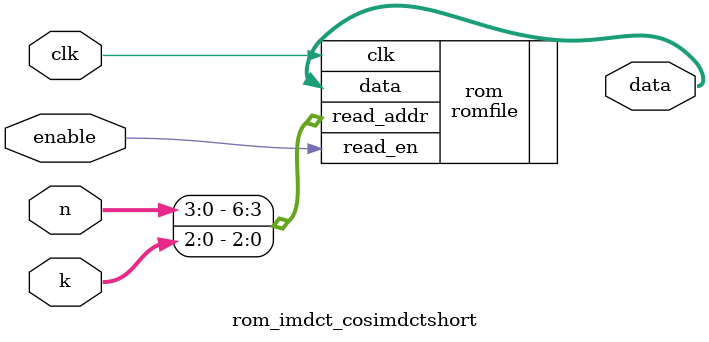
<source format=v>
`timescale 1ns / 1ps
`default_nettype none

module rom_imdct_cosimdctshort(
    input wire          clk,
	 input wire          enable,
	 input wire  [3:0]   n,
	 input wire  [2:0]   k,
    output wire [17:0]  data
    );

	romfile #(
		.ROM_WIDTH(18),
		.ROM_ADDR_BITS(7),
		.FILENAME("lookup_imdct_cosimdctshort.txt")
	) rom (
		.clk(clk),
		.read_en(enable),
		.read_addr({n, k}),
		.data(data)
	);
endmodule


</source>
